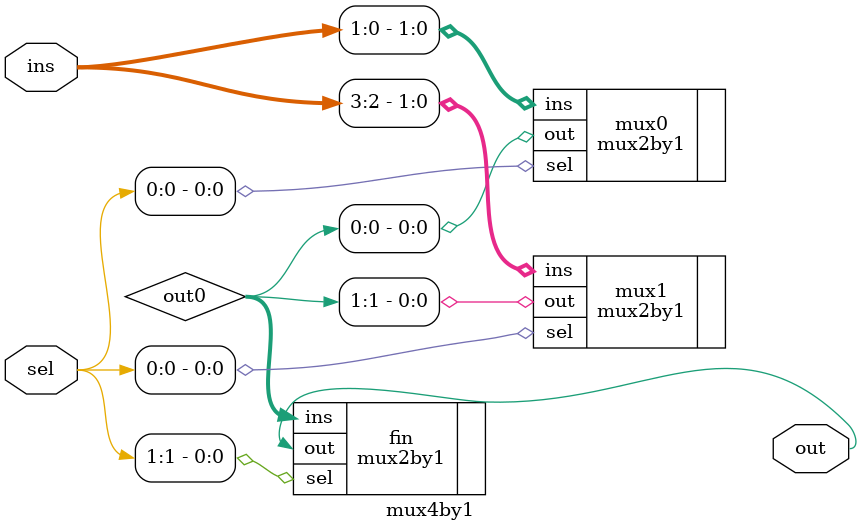
<source format=sv>
module mux4by1(out, ins, sel);
    input logic [3:0] ins;
    input logic [1:0] sel;
    output logic out;
    logic [1:0] out0;

    mux2by1 mux0(.out(out0[0]), .ins(ins[1:0]), .sel(sel[0]));
    mux2by1 mux1(.out(out0[1]), .ins(ins[3:2]), .sel(sel[0]));
    mux2by1 fin (.out(out), .ins(out0), .sel(sel[1]));
	 
endmodule

</source>
